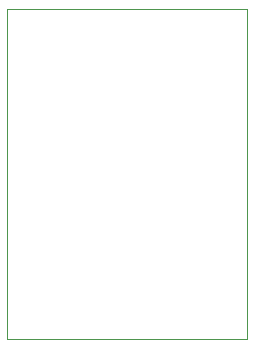
<source format=gbr>
%TF.GenerationSoftware,KiCad,Pcbnew,(6.0.9)*%
%TF.CreationDate,2022-12-23T02:35:25-08:00*%
%TF.ProjectId,AD8232_breakout,41443832-3332-45f6-9272-65616b6f7574,rev?*%
%TF.SameCoordinates,Original*%
%TF.FileFunction,Profile,NP*%
%FSLAX46Y46*%
G04 Gerber Fmt 4.6, Leading zero omitted, Abs format (unit mm)*
G04 Created by KiCad (PCBNEW (6.0.9)) date 2022-12-23 02:35:25*
%MOMM*%
%LPD*%
G01*
G04 APERTURE LIST*
%TA.AperFunction,Profile*%
%ADD10C,0.100000*%
%TD*%
G04 APERTURE END LIST*
D10*
X137160000Y-106680000D02*
X137160000Y-78740000D01*
X157480000Y-106680000D02*
X137160000Y-106680000D01*
X154940000Y-78740000D02*
X157480000Y-78740000D01*
X137160000Y-78740000D02*
X154940000Y-78740000D01*
X157480000Y-78740000D02*
X157480000Y-104140000D01*
X157480000Y-104140000D02*
X157480000Y-106680000D01*
M02*

</source>
